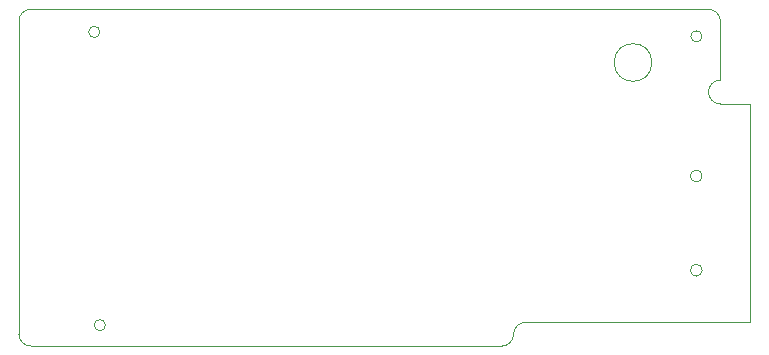
<source format=gbr>
%TF.GenerationSoftware,KiCad,Pcbnew,(6.0.5-0)*%
%TF.CreationDate,2022-10-09T22:43:55+09:00*%
%TF.ProjectId,qLAMP-lcd,714c414d-502d-46c6-9364-2e6b69636164,rev?*%
%TF.SameCoordinates,Original*%
%TF.FileFunction,Profile,NP*%
%FSLAX46Y46*%
G04 Gerber Fmt 4.6, Leading zero omitted, Abs format (unit mm)*
G04 Created by KiCad (PCBNEW (6.0.5-0)) date 2022-10-09 22:43:55*
%MOMM*%
%LPD*%
G01*
G04 APERTURE LIST*
%TA.AperFunction,Profile*%
%ADD10C,0.100000*%
%TD*%
%TA.AperFunction,Profile*%
%ADD11C,0.120000*%
%TD*%
G04 APERTURE END LIST*
D10*
X138860000Y-90410000D02*
G75*
G03*
X138860000Y-90410000I-475000J0D01*
G01*
X139325000Y-115240000D02*
G75*
G03*
X139325000Y-115240000I-475000J0D01*
G01*
X189835000Y-90790000D02*
G75*
G03*
X189835000Y-90790000I-475000J0D01*
G01*
X193889000Y-115000000D02*
X174889000Y-115000000D01*
X185600000Y-93000000D02*
G75*
G03*
X185600000Y-93000000I-1600000J0D01*
G01*
X191389000Y-94500000D02*
G75*
G03*
X191389000Y-96500000I0J-1000000D01*
G01*
X132000000Y-116000000D02*
G75*
G03*
X133000000Y-117000000I1000000J0D01*
G01*
X193889000Y-96500000D02*
X191389000Y-96500000D01*
X174889000Y-115000000D02*
G75*
G03*
X173889000Y-116000000I0J-1000000D01*
G01*
X132000000Y-89500000D02*
X132000000Y-116000000D01*
X190389000Y-88500000D02*
X133000000Y-88500000D01*
X172889000Y-117000000D02*
G75*
G03*
X173889000Y-116000000I0J1000000D01*
G01*
X193889000Y-115000000D02*
X193889000Y-96500000D01*
X133000000Y-88500000D02*
G75*
G03*
X132000000Y-89500000I0J-1000000D01*
G01*
X191389000Y-89500000D02*
G75*
G03*
X190389000Y-88500000I-1000000J0D01*
G01*
X133000000Y-117000000D02*
X172889000Y-117000000D01*
X191389000Y-94500000D02*
X191389000Y-89500000D01*
D11*
%TO.C,J4*%
X189850000Y-102610000D02*
G75*
G03*
X189850000Y-102610000I-500000J0D01*
G01*
X189850000Y-110590000D02*
G75*
G03*
X189850000Y-110590000I-500000J0D01*
G01*
%TD*%
M02*

</source>
